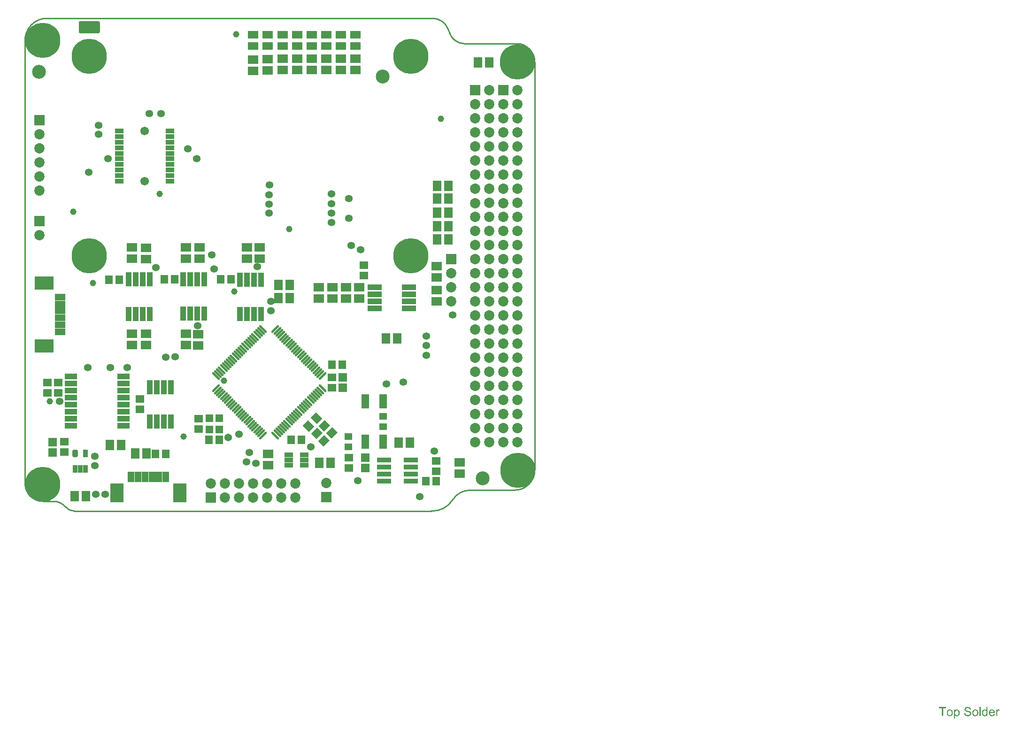
<source format=gts>
G04*
G04 #@! TF.GenerationSoftware,Altium Limited,Altium Designer,18.1.7 (191)*
G04*
G04 Layer_Color=8388736*
%FSLAX25Y25*%
%MOIN*%
G70*
G01*
G75*
%ADD10C,0.01000*%
%ADD16C,0.00787*%
%ADD48R,0.14567X0.07874*%
%ADD49R,0.04156X0.10061*%
%ADD50R,0.06124X0.05534*%
%ADD51R,0.07699X0.04550*%
%ADD52R,0.13211X0.09668*%
%ADD53R,0.04550X0.07699*%
%ADD54R,0.09668X0.13211*%
%ADD55R,0.05337X0.05337*%
%ADD56R,0.06400X0.03400*%
%ADD57R,0.10061X0.03762*%
%ADD58R,0.08979X0.04156*%
G04:AMPARAMS|DCode=59|XSize=15.81mil|YSize=72.9mil|CornerRadius=0mil|HoleSize=0mil|Usage=FLASHONLY|Rotation=135.000|XOffset=0mil|YOffset=0mil|HoleType=Round|Shape=Round|*
%AMOVALD59*
21,1,0.05709,0.01581,0.00000,0.00000,225.0*
1,1,0.01581,0.02018,0.02018*
1,1,0.01581,-0.02018,-0.02018*
%
%ADD59OVALD59*%

G04:AMPARAMS|DCode=60|XSize=15.81mil|YSize=72.9mil|CornerRadius=0mil|HoleSize=0mil|Usage=FLASHONLY|Rotation=225.000|XOffset=0mil|YOffset=0mil|HoleType=Round|Shape=Round|*
%AMOVALD60*
21,1,0.05709,0.01581,0.00000,0.00000,315.0*
1,1,0.01581,-0.02018,0.02018*
1,1,0.01581,0.02018,-0.02018*
%
%ADD60OVALD60*%

%ADD61R,0.05534X0.04550*%
%ADD62R,0.06361X0.03802*%
%ADD63R,0.03762X0.05337*%
G04:AMPARAMS|DCode=64|XSize=37.62mil|YSize=53.37mil|CornerRadius=9.01mil|HoleSize=0mil|Usage=FLASHONLY|Rotation=180.000|XOffset=0mil|YOffset=0mil|HoleType=Round|Shape=RoundedRectangle|*
%AMROUNDEDRECTD64*
21,1,0.03762,0.03535,0,0,180.0*
21,1,0.01961,0.05337,0,0,180.0*
1,1,0.01802,-0.00980,0.01768*
1,1,0.01802,0.00980,0.01768*
1,1,0.01802,0.00980,-0.01768*
1,1,0.01802,-0.00980,-0.01768*
%
%ADD64ROUNDEDRECTD64*%
%ADD65R,0.05731X0.10061*%
%ADD66R,0.06124X0.06124*%
G04:AMPARAMS|DCode=67|XSize=53.37mil|YSize=65.18mil|CornerRadius=0mil|HoleSize=0mil|Usage=FLASHONLY|Rotation=45.000|XOffset=0mil|YOffset=0mil|HoleType=Round|Shape=Rectangle|*
%AMROTATEDRECTD67*
4,1,4,0.00418,-0.04191,-0.04191,0.00418,-0.00418,0.04191,0.04191,-0.00418,0.00418,-0.04191,0.0*
%
%ADD67ROTATEDRECTD67*%

%ADD68R,0.07400X0.05400*%
%ADD69R,0.05534X0.06124*%
G04:AMPARAMS|DCode=70|XSize=55.34mil|YSize=61.24mil|CornerRadius=0mil|HoleSize=0mil|Usage=FLASHONLY|Rotation=135.000|XOffset=0mil|YOffset=0mil|HoleType=Round|Shape=Rectangle|*
%AMROTATEDRECTD70*
4,1,4,0.04122,0.00209,-0.00209,-0.04122,-0.04122,-0.00209,0.00209,0.04122,0.04122,0.00209,0.0*
%
%ADD70ROTATEDRECTD70*%

%ADD71R,0.06124X0.07400*%
%ADD72R,0.07400X0.06124*%
%ADD73R,0.10061X0.04156*%
%ADD74C,0.09843*%
%ADD75C,0.05400*%
%ADD76R,0.07306X0.07306*%
%ADD77C,0.07306*%
%ADD78R,0.07306X0.07306*%
%ADD79C,0.05337*%
%ADD80C,0.25022*%
%ADD81C,0.06085*%
%ADD82C,0.04550*%
G36*
X930873Y183587D02*
X930940D01*
X931104Y183568D01*
X931296Y183539D01*
X931507Y183501D01*
X931719Y183443D01*
X931921Y183366D01*
X931930D01*
X931940Y183356D01*
X931969Y183347D01*
X932007Y183327D01*
X932103Y183270D01*
X932228Y183203D01*
X932363Y183107D01*
X932497Y182991D01*
X932632Y182857D01*
X932747Y182703D01*
X932757Y182684D01*
X932795Y182626D01*
X932843Y182530D01*
X932891Y182415D01*
X932949Y182271D01*
X933006Y182097D01*
X933045Y181915D01*
X933064Y181713D01*
X932267Y181655D01*
Y181665D01*
Y181684D01*
X932257Y181713D01*
X932247Y181752D01*
X932228Y181857D01*
X932190Y181992D01*
X932132Y182136D01*
X932055Y182280D01*
X931949Y182424D01*
X931824Y182549D01*
X931805Y182559D01*
X931757Y182597D01*
X931671Y182645D01*
X931555Y182703D01*
X931402Y182761D01*
X931209Y182809D01*
X930988Y182847D01*
X930729Y182857D01*
X930604D01*
X930546Y182847D01*
X930470D01*
X930306Y182818D01*
X930124Y182789D01*
X929941Y182741D01*
X929768Y182674D01*
X929691Y182626D01*
X929624Y182578D01*
X929614Y182568D01*
X929576Y182530D01*
X929518Y182472D01*
X929460Y182386D01*
X929393Y182290D01*
X929345Y182174D01*
X929307Y182049D01*
X929287Y181905D01*
Y181886D01*
Y181848D01*
X929297Y181780D01*
X929316Y181703D01*
X929345Y181617D01*
X929393Y181521D01*
X929451Y181434D01*
X929528Y181348D01*
X929537Y181338D01*
X929585Y181309D01*
X929614Y181290D01*
X929653Y181261D01*
X929710Y181242D01*
X929778Y181213D01*
X929854Y181175D01*
X929941Y181137D01*
X930037Y181108D01*
X930152Y181069D01*
X930287Y181021D01*
X930431Y180983D01*
X930594Y180944D01*
X930777Y180896D01*
X930787D01*
X930825Y180887D01*
X930873Y180877D01*
X930940Y180858D01*
X931027Y180839D01*
X931123Y180810D01*
X931334Y180762D01*
X931565Y180694D01*
X931796Y180627D01*
X931911Y180598D01*
X932007Y180560D01*
X932103Y180521D01*
X932180Y180493D01*
X932190D01*
X932209Y180483D01*
X932228Y180464D01*
X932267Y180445D01*
X932363Y180387D01*
X932488Y180320D01*
X932622Y180224D01*
X932757Y180108D01*
X932882Y179983D01*
X932987Y179849D01*
X932997Y179830D01*
X933026Y179781D01*
X933074Y179705D01*
X933122Y179589D01*
X933170Y179464D01*
X933218Y179311D01*
X933247Y179138D01*
X933256Y178955D01*
Y178945D01*
Y178936D01*
Y178907D01*
Y178868D01*
X933237Y178772D01*
X933218Y178647D01*
X933189Y178503D01*
X933131Y178340D01*
X933064Y178167D01*
X932968Y178004D01*
X932959Y177984D01*
X932910Y177927D01*
X932853Y177850D01*
X932757Y177754D01*
X932641Y177638D01*
X932497Y177523D01*
X932324Y177417D01*
X932132Y177312D01*
X932122D01*
X932103Y177302D01*
X932074Y177293D01*
X932036Y177273D01*
X931988Y177254D01*
X931930Y177235D01*
X931776Y177196D01*
X931603Y177148D01*
X931392Y177110D01*
X931171Y177081D01*
X930921Y177071D01*
X930777D01*
X930710Y177081D01*
X930623D01*
X930527Y177091D01*
X930421Y177100D01*
X930200Y177129D01*
X929960Y177177D01*
X929720Y177235D01*
X929489Y177312D01*
X929480D01*
X929460Y177321D01*
X929432Y177340D01*
X929393Y177360D01*
X929287Y177417D01*
X929163Y177504D01*
X929009Y177610D01*
X928865Y177734D01*
X928711Y177888D01*
X928576Y178061D01*
Y178071D01*
X928567Y178080D01*
X928547Y178109D01*
X928528Y178148D01*
X928499Y178196D01*
X928471Y178253D01*
X928413Y178398D01*
X928355Y178561D01*
X928298Y178763D01*
X928259Y178974D01*
X928240Y179205D01*
X929028Y179272D01*
Y179262D01*
Y179253D01*
X929038Y179195D01*
X929057Y179109D01*
X929076Y178993D01*
X929115Y178868D01*
X929153Y178734D01*
X929210Y178609D01*
X929278Y178484D01*
X929287Y178474D01*
X929316Y178436D01*
X929364Y178378D01*
X929441Y178311D01*
X929528Y178234D01*
X929633Y178148D01*
X929768Y178071D01*
X929912Y177994D01*
X929922D01*
X929931Y177984D01*
X929989Y177965D01*
X930075Y177936D01*
X930200Y177908D01*
X930335Y177869D01*
X930508Y177840D01*
X930690Y177821D01*
X930883Y177811D01*
X930960D01*
X931056Y177821D01*
X931161Y177831D01*
X931296Y177840D01*
X931431Y177869D01*
X931575Y177898D01*
X931719Y177946D01*
X931738Y177956D01*
X931776Y177975D01*
X931844Y178004D01*
X931921Y178052D01*
X932017Y178109D01*
X932103Y178177D01*
X932190Y178253D01*
X932267Y178340D01*
X932276Y178350D01*
X932295Y178388D01*
X932324Y178436D01*
X932363Y178503D01*
X932391Y178580D01*
X932420Y178676D01*
X932440Y178772D01*
X932449Y178878D01*
Y178888D01*
Y178926D01*
X932440Y178984D01*
X932430Y179051D01*
X932411Y179138D01*
X932372Y179224D01*
X932334Y179311D01*
X932276Y179397D01*
X932267Y179407D01*
X932247Y179436D01*
X932199Y179474D01*
X932142Y179532D01*
X932065Y179589D01*
X931969Y179647D01*
X931844Y179714D01*
X931709Y179772D01*
X931699Y179781D01*
X931661Y179791D01*
X931584Y179810D01*
X931536Y179830D01*
X931479Y179849D01*
X931402Y179868D01*
X931325Y179887D01*
X931229Y179916D01*
X931133Y179945D01*
X931017Y179974D01*
X930883Y180002D01*
X930739Y180041D01*
X930585Y180079D01*
X930575D01*
X930546Y180089D01*
X930498Y180099D01*
X930441Y180118D01*
X930373Y180137D01*
X930297Y180156D01*
X930114Y180204D01*
X929912Y180272D01*
X929710Y180339D01*
X929528Y180406D01*
X929441Y180435D01*
X929374Y180473D01*
X929364D01*
X929355Y180483D01*
X929297Y180521D01*
X929220Y180570D01*
X929124Y180637D01*
X929009Y180723D01*
X928903Y180819D01*
X928797Y180935D01*
X928701Y181060D01*
X928692Y181079D01*
X928663Y181127D01*
X928634Y181194D01*
X928596Y181290D01*
X928547Y181405D01*
X928519Y181540D01*
X928490Y181694D01*
X928480Y181848D01*
Y181857D01*
Y181867D01*
Y181896D01*
Y181934D01*
X928499Y182021D01*
X928519Y182136D01*
X928547Y182280D01*
X928596Y182424D01*
X928663Y182588D01*
X928749Y182741D01*
Y182751D01*
X928759Y182761D01*
X928797Y182809D01*
X928865Y182886D01*
X928951Y182982D01*
X929057Y183078D01*
X929191Y183183D01*
X929355Y183289D01*
X929537Y183376D01*
X929547D01*
X929556Y183385D01*
X929585Y183395D01*
X929633Y183414D01*
X929681Y183424D01*
X929739Y183443D01*
X929874Y183491D01*
X930047Y183529D01*
X930239Y183558D01*
X930460Y183587D01*
X930690Y183597D01*
X930806D01*
X930873Y183587D01*
D02*
G37*
G36*
X944836Y177177D02*
X944116D01*
Y177744D01*
X944106Y177734D01*
X944096Y177715D01*
X944068Y177687D01*
X944029Y177638D01*
X943991Y177590D01*
X943933Y177533D01*
X943866Y177475D01*
X943789Y177408D01*
X943702Y177350D01*
X943606Y177283D01*
X943501Y177225D01*
X943395Y177177D01*
X943270Y177129D01*
X943135Y177100D01*
X942991Y177081D01*
X942838Y177071D01*
X942780D01*
X942741Y177081D01*
X942636Y177091D01*
X942511Y177110D01*
X942347Y177148D01*
X942184Y177196D01*
X942002Y177273D01*
X941829Y177369D01*
X941819D01*
X941809Y177379D01*
X941752Y177427D01*
X941675Y177494D01*
X941569Y177590D01*
X941463Y177706D01*
X941338Y177850D01*
X941233Y178013D01*
X941127Y178205D01*
Y178215D01*
X941117Y178234D01*
X941108Y178263D01*
X941088Y178302D01*
X941069Y178350D01*
X941050Y178417D01*
X941002Y178571D01*
X940954Y178753D01*
X940915Y178965D01*
X940887Y179195D01*
X940877Y179455D01*
Y179464D01*
Y179483D01*
Y179522D01*
Y179570D01*
X940887Y179628D01*
Y179705D01*
X940906Y179868D01*
X940935Y180060D01*
X940973Y180262D01*
X941021Y180483D01*
X941098Y180694D01*
Y180704D01*
X941108Y180723D01*
X941127Y180752D01*
X941146Y180790D01*
X941194Y180887D01*
X941271Y181011D01*
X941367Y181156D01*
X941483Y181300D01*
X941617Y181434D01*
X941780Y181559D01*
X941790D01*
X941800Y181569D01*
X941857Y181607D01*
X941953Y181655D01*
X942078Y181713D01*
X942232Y181761D01*
X942405Y181809D01*
X942597Y181848D01*
X942799Y181857D01*
X942866D01*
X942943Y181848D01*
X943049Y181838D01*
X943155Y181809D01*
X943280Y181780D01*
X943404Y181732D01*
X943529Y181675D01*
X943549Y181665D01*
X943587Y181646D01*
X943645Y181607D01*
X943722Y181550D01*
X943799Y181492D01*
X943895Y181415D01*
X943981Y181319D01*
X944058Y181223D01*
Y183491D01*
X944836D01*
Y177177D01*
D02*
G37*
G36*
X923300Y181838D02*
X923435Y181819D01*
X923598Y181780D01*
X923771Y181732D01*
X923944Y181655D01*
X924117Y181550D01*
X924127D01*
X924137Y181540D01*
X924194Y181492D01*
X924271Y181425D01*
X924377Y181329D01*
X924482Y181213D01*
X924598Y181060D01*
X924704Y180896D01*
X924800Y180694D01*
Y180685D01*
X924809Y180666D01*
X924819Y180637D01*
X924838Y180598D01*
X924857Y180550D01*
X924876Y180483D01*
X924915Y180339D01*
X924953Y180156D01*
X924992Y179954D01*
X925021Y179733D01*
X925030Y179493D01*
Y179483D01*
Y179464D01*
Y179426D01*
Y179378D01*
X925021Y179311D01*
Y179243D01*
X925001Y179070D01*
X924963Y178878D01*
X924924Y178667D01*
X924857Y178446D01*
X924771Y178225D01*
Y178215D01*
X924761Y178196D01*
X924742Y178167D01*
X924723Y178129D01*
X924665Y178032D01*
X924588Y177908D01*
X924482Y177773D01*
X924358Y177629D01*
X924213Y177494D01*
X924040Y177369D01*
X924031D01*
X924021Y177360D01*
X923992Y177340D01*
X923954Y177321D01*
X923858Y177273D01*
X923733Y177225D01*
X923579Y177167D01*
X923416Y177120D01*
X923223Y177081D01*
X923031Y177071D01*
X922964D01*
X922897Y177081D01*
X922801Y177091D01*
X922695Y177110D01*
X922580Y177139D01*
X922455Y177177D01*
X922339Y177225D01*
X922330Y177235D01*
X922291Y177254D01*
X922234Y177293D01*
X922166Y177340D01*
X922080Y177398D01*
X922003Y177465D01*
X921917Y177552D01*
X921840Y177638D01*
Y175428D01*
X921061D01*
Y181752D01*
X921772D01*
Y181156D01*
X921782Y181175D01*
X921811Y181213D01*
X921869Y181271D01*
X921936Y181348D01*
X922013Y181434D01*
X922109Y181521D01*
X922215Y181607D01*
X922330Y181675D01*
X922349Y181684D01*
X922387Y181703D01*
X922455Y181732D01*
X922541Y181771D01*
X922657Y181800D01*
X922781Y181828D01*
X922926Y181848D01*
X923089Y181857D01*
X923185D01*
X923300Y181838D01*
D02*
G37*
G36*
X952784Y181848D02*
X952890Y181828D01*
X953005Y181790D01*
X953139Y181752D01*
X953284Y181684D01*
X953437Y181598D01*
X953159Y180887D01*
X953149Y180896D01*
X953111Y180915D01*
X953053Y180944D01*
X952986Y180973D01*
X952899Y181002D01*
X952803Y181031D01*
X952697Y181050D01*
X952592Y181060D01*
X952553D01*
X952505Y181050D01*
X952438Y181040D01*
X952371Y181021D01*
X952294Y180992D01*
X952217Y180954D01*
X952140Y180906D01*
X952130Y180896D01*
X952111Y180877D01*
X952073Y180839D01*
X952034Y180790D01*
X951986Y180733D01*
X951938Y180656D01*
X951900Y180570D01*
X951861Y180473D01*
X951852Y180454D01*
X951842Y180406D01*
X951823Y180320D01*
X951804Y180204D01*
X951775Y180070D01*
X951756Y179916D01*
X951746Y179753D01*
X951736Y179570D01*
Y177177D01*
X950958D01*
Y181752D01*
X951659D01*
Y181069D01*
X951669Y181079D01*
X951708Y181137D01*
X951756Y181223D01*
X951813Y181319D01*
X951890Y181425D01*
X951977Y181530D01*
X952054Y181627D01*
X952140Y181694D01*
X952150Y181703D01*
X952178Y181723D01*
X952227Y181742D01*
X952294Y181780D01*
X952361Y181809D01*
X952448Y181828D01*
X952544Y181848D01*
X952640Y181857D01*
X952707D01*
X952784Y181848D01*
D02*
G37*
G36*
X939964Y177177D02*
X939186D01*
Y183491D01*
X939964D01*
Y177177D01*
D02*
G37*
G36*
X915401Y182751D02*
X913325D01*
Y177177D01*
X912489D01*
Y182751D01*
X910413D01*
Y183491D01*
X915401D01*
Y182751D01*
D02*
G37*
G36*
X948085Y181848D02*
X948162Y181838D01*
X948258Y181828D01*
X948354Y181809D01*
X948469Y181780D01*
X948700Y181703D01*
X948825Y181655D01*
X948950Y181588D01*
X949074Y181521D01*
X949199Y181434D01*
X949315Y181338D01*
X949430Y181223D01*
X949440Y181213D01*
X949459Y181194D01*
X949488Y181156D01*
X949526Y181108D01*
X949564Y181040D01*
X949613Y180964D01*
X949670Y180877D01*
X949728Y180771D01*
X949776Y180646D01*
X949834Y180521D01*
X949882Y180377D01*
X949930Y180214D01*
X949959Y180051D01*
X949987Y179868D01*
X950007Y179676D01*
X950016Y179464D01*
Y179455D01*
Y179416D01*
Y179349D01*
X950007Y179262D01*
X946605D01*
Y179253D01*
Y179234D01*
X946614Y179186D01*
Y179138D01*
X946624Y179070D01*
X946634Y179003D01*
X946672Y178830D01*
X946730Y178647D01*
X946797Y178455D01*
X946903Y178263D01*
X947027Y178100D01*
X947047Y178080D01*
X947095Y178042D01*
X947181Y177975D01*
X947287Y177908D01*
X947431Y177831D01*
X947595Y177763D01*
X947777Y177725D01*
X947979Y177706D01*
X948056D01*
X948133Y177715D01*
X948229Y177734D01*
X948344Y177763D01*
X948469Y177802D01*
X948594Y177850D01*
X948709Y177927D01*
X948719Y177936D01*
X948757Y177975D01*
X948815Y178023D01*
X948882Y178109D01*
X948959Y178205D01*
X949036Y178330D01*
X949113Y178484D01*
X949190Y178657D01*
X949987Y178551D01*
Y178542D01*
X949978Y178523D01*
X949968Y178484D01*
X949949Y178436D01*
X949930Y178378D01*
X949901Y178311D01*
X949824Y178148D01*
X949728Y177975D01*
X949613Y177792D01*
X949459Y177610D01*
X949286Y177456D01*
X949276D01*
X949267Y177437D01*
X949238Y177417D01*
X949190Y177398D01*
X949142Y177369D01*
X949084Y177331D01*
X949017Y177302D01*
X948930Y177264D01*
X948748Y177196D01*
X948517Y177129D01*
X948267Y177091D01*
X947979Y177071D01*
X947883D01*
X947816Y177081D01*
X947729Y177091D01*
X947633Y177100D01*
X947527Y177120D01*
X947402Y177148D01*
X947152Y177225D01*
X947018Y177273D01*
X946893Y177331D01*
X946758Y177398D01*
X946634Y177485D01*
X946509Y177581D01*
X946393Y177687D01*
X946384Y177696D01*
X946364Y177715D01*
X946336Y177754D01*
X946307Y177802D01*
X946259Y177859D01*
X946211Y177936D01*
X946153Y178032D01*
X946105Y178138D01*
X946047Y178253D01*
X945990Y178378D01*
X945942Y178523D01*
X945903Y178676D01*
X945865Y178840D01*
X945836Y179022D01*
X945817Y179215D01*
X945807Y179416D01*
Y179426D01*
Y179464D01*
Y179532D01*
X945817Y179609D01*
X945826Y179705D01*
X945836Y179820D01*
X945855Y179945D01*
X945884Y180079D01*
X945951Y180368D01*
X945999Y180512D01*
X946057Y180666D01*
X946124Y180810D01*
X946201Y180954D01*
X946288Y181088D01*
X946393Y181213D01*
X946403Y181223D01*
X946422Y181242D01*
X946451Y181271D01*
X946499Y181319D01*
X946557Y181367D01*
X946634Y181415D01*
X946710Y181473D01*
X946807Y181540D01*
X946912Y181598D01*
X947027Y181655D01*
X947152Y181703D01*
X947297Y181761D01*
X947441Y181800D01*
X947595Y181828D01*
X947758Y181848D01*
X947931Y181857D01*
X948017D01*
X948085Y181848D01*
D02*
G37*
G36*
X936303D02*
X936389Y181838D01*
X936476Y181828D01*
X936581Y181809D01*
X936697Y181780D01*
X936937Y181703D01*
X937062Y181655D01*
X937197Y181598D01*
X937321Y181521D01*
X937446Y181434D01*
X937571Y181338D01*
X937687Y181233D01*
X937696Y181223D01*
X937715Y181204D01*
X937744Y181165D01*
X937783Y181117D01*
X937831Y181060D01*
X937879Y180983D01*
X937936Y180887D01*
X937994Y180790D01*
X938042Y180675D01*
X938100Y180541D01*
X938148Y180406D01*
X938196Y180252D01*
X938234Y180089D01*
X938263Y179906D01*
X938282Y179724D01*
X938292Y179522D01*
Y179512D01*
Y179483D01*
Y179436D01*
Y179378D01*
X938282Y179301D01*
Y179215D01*
X938273Y179118D01*
X938263Y179013D01*
X938225Y178792D01*
X938177Y178561D01*
X938109Y178330D01*
X938023Y178129D01*
Y178119D01*
X938013Y178109D01*
X937975Y178042D01*
X937908Y177956D01*
X937821Y177840D01*
X937715Y177715D01*
X937581Y177590D01*
X937427Y177465D01*
X937245Y177350D01*
X937235D01*
X937225Y177340D01*
X937197Y177321D01*
X937158Y177312D01*
X937052Y177264D01*
X936918Y177216D01*
X936754Y177158D01*
X936572Y177120D01*
X936370Y177081D01*
X936149Y177071D01*
X936053D01*
X935986Y177081D01*
X935909Y177091D01*
X935813Y177100D01*
X935707Y177120D01*
X935592Y177148D01*
X935351Y177225D01*
X935217Y177273D01*
X935092Y177331D01*
X934957Y177398D01*
X934832Y177485D01*
X934708Y177581D01*
X934592Y177687D01*
X934583Y177696D01*
X934563Y177715D01*
X934534Y177754D01*
X934506Y177802D01*
X934458Y177869D01*
X934410Y177946D01*
X934352Y178032D01*
X934304Y178138D01*
X934246Y178263D01*
X934188Y178388D01*
X934140Y178542D01*
X934102Y178695D01*
X934064Y178868D01*
X934035Y179051D01*
X934016Y179253D01*
X934006Y179464D01*
Y179483D01*
Y179522D01*
X934016Y179589D01*
Y179676D01*
X934025Y179781D01*
X934044Y179897D01*
X934064Y180031D01*
X934092Y180175D01*
X934131Y180329D01*
X934179Y180483D01*
X934237Y180637D01*
X934304Y180790D01*
X934381Y180944D01*
X934477Y181088D01*
X934583Y181223D01*
X934708Y181348D01*
X934717Y181358D01*
X934736Y181367D01*
X934765Y181396D01*
X934813Y181425D01*
X934871Y181463D01*
X934938Y181511D01*
X935015Y181559D01*
X935111Y181607D01*
X935207Y181646D01*
X935313Y181694D01*
X935563Y181780D01*
X935841Y181838D01*
X935995Y181848D01*
X936149Y181857D01*
X936236D01*
X936303Y181848D01*
D02*
G37*
G36*
X918169D02*
X918255Y181838D01*
X918342Y181828D01*
X918447Y181809D01*
X918563Y181780D01*
X918803Y181703D01*
X918928Y181655D01*
X919062Y181598D01*
X919187Y181521D01*
X919312Y181434D01*
X919437Y181338D01*
X919553Y181233D01*
X919562Y181223D01*
X919581Y181204D01*
X919610Y181165D01*
X919649Y181117D01*
X919697Y181060D01*
X919745Y180983D01*
X919802Y180887D01*
X919860Y180790D01*
X919908Y180675D01*
X919966Y180541D01*
X920014Y180406D01*
X920062Y180252D01*
X920100Y180089D01*
X920129Y179906D01*
X920148Y179724D01*
X920158Y179522D01*
Y179512D01*
Y179483D01*
Y179436D01*
Y179378D01*
X920148Y179301D01*
Y179215D01*
X920139Y179118D01*
X920129Y179013D01*
X920091Y178792D01*
X920043Y178561D01*
X919975Y178330D01*
X919889Y178129D01*
Y178119D01*
X919879Y178109D01*
X919841Y178042D01*
X919773Y177956D01*
X919687Y177840D01*
X919581Y177715D01*
X919447Y177590D01*
X919293Y177465D01*
X919110Y177350D01*
X919101D01*
X919091Y177340D01*
X919062Y177321D01*
X919024Y177312D01*
X918918Y177264D01*
X918784Y177216D01*
X918620Y177158D01*
X918438Y177120D01*
X918236Y177081D01*
X918015Y177071D01*
X917919D01*
X917852Y177081D01*
X917775Y177091D01*
X917679Y177100D01*
X917573Y177120D01*
X917457Y177148D01*
X917217Y177225D01*
X917083Y177273D01*
X916958Y177331D01*
X916823Y177398D01*
X916698Y177485D01*
X916573Y177581D01*
X916458Y177687D01*
X916448Y177696D01*
X916429Y177715D01*
X916400Y177754D01*
X916372Y177802D01*
X916323Y177869D01*
X916276Y177946D01*
X916218Y178032D01*
X916170Y178138D01*
X916112Y178263D01*
X916055Y178388D01*
X916006Y178542D01*
X915968Y178695D01*
X915930Y178868D01*
X915901Y179051D01*
X915882Y179253D01*
X915872Y179464D01*
Y179483D01*
Y179522D01*
X915882Y179589D01*
Y179676D01*
X915891Y179781D01*
X915910Y179897D01*
X915930Y180031D01*
X915958Y180175D01*
X915997Y180329D01*
X916045Y180483D01*
X916103Y180637D01*
X916170Y180790D01*
X916247Y180944D01*
X916343Y181088D01*
X916448Y181223D01*
X916573Y181348D01*
X916583Y181358D01*
X916602Y181367D01*
X916631Y181396D01*
X916679Y181425D01*
X916737Y181463D01*
X916804Y181511D01*
X916881Y181559D01*
X916977Y181607D01*
X917073Y181646D01*
X917179Y181694D01*
X917429Y181780D01*
X917707Y181838D01*
X917861Y181848D01*
X918015Y181857D01*
X918101D01*
X918169Y181848D01*
D02*
G37*
%LPC*%
G36*
X942972Y181213D02*
X942828D01*
X942789Y181204D01*
X942693Y181194D01*
X942578Y181165D01*
X942443Y181108D01*
X942299Y181031D01*
X942155Y180935D01*
X942088Y180867D01*
X942021Y180790D01*
X942002Y180771D01*
X941992Y180743D01*
X941963Y180714D01*
X941944Y180666D01*
X941915Y180608D01*
X941877Y180541D01*
X941848Y180464D01*
X941819Y180377D01*
X941780Y180281D01*
X941752Y180166D01*
X941732Y180051D01*
X941704Y179916D01*
X941694Y179772D01*
X941675Y179618D01*
Y179455D01*
Y179445D01*
Y179416D01*
Y179368D01*
X941684Y179311D01*
Y179234D01*
X941694Y179157D01*
X941723Y178955D01*
X941761Y178744D01*
X941829Y178523D01*
X941915Y178321D01*
X941973Y178225D01*
X942040Y178138D01*
X942059Y178119D01*
X942107Y178071D01*
X942184Y178004D01*
X942290Y177927D01*
X942415Y177840D01*
X942559Y177773D01*
X942732Y177725D01*
X942818Y177715D01*
X942914Y177706D01*
X942962D01*
X943001Y177715D01*
X943097Y177725D01*
X943212Y177754D01*
X943347Y177811D01*
X943491Y177879D01*
X943645Y177984D01*
X943712Y178042D01*
X943779Y178119D01*
Y178129D01*
X943799Y178138D01*
X943808Y178167D01*
X943837Y178196D01*
X943866Y178244D01*
X943895Y178292D01*
X943923Y178359D01*
X943962Y178436D01*
X943991Y178513D01*
X944020Y178609D01*
X944048Y178715D01*
X944077Y178830D01*
X944106Y178955D01*
X944116Y179089D01*
X944135Y179234D01*
Y179387D01*
Y179397D01*
Y179426D01*
Y179474D01*
X944125Y179541D01*
Y179618D01*
X944116Y179705D01*
X944087Y179916D01*
X944048Y180137D01*
X943981Y180368D01*
X943895Y180589D01*
X943837Y180685D01*
X943770Y180771D01*
Y180781D01*
X943750Y180790D01*
X943702Y180839D01*
X943626Y180915D01*
X943520Y180992D01*
X943395Y181069D01*
X943241Y181146D01*
X943068Y181194D01*
X942972Y181213D01*
D02*
G37*
G36*
X923108Y181252D02*
X922974D01*
X922935Y181242D01*
X922849Y181223D01*
X922724Y181194D01*
X922589Y181137D01*
X922445Y181050D01*
X922368Y181002D01*
X922291Y180935D01*
X922215Y180867D01*
X922147Y180781D01*
Y180771D01*
X922128Y180762D01*
X922109Y180733D01*
X922089Y180694D01*
X922061Y180646D01*
X922032Y180589D01*
X921993Y180521D01*
X921965Y180445D01*
X921926Y180349D01*
X921888Y180252D01*
X921859Y180137D01*
X921830Y180022D01*
X921811Y179887D01*
X921792Y179743D01*
X921772Y179599D01*
Y179436D01*
Y179426D01*
Y179397D01*
Y179349D01*
X921782Y179291D01*
Y179215D01*
X921792Y179138D01*
X921821Y178945D01*
X921859Y178724D01*
X921917Y178513D01*
X922003Y178311D01*
X922061Y178215D01*
X922118Y178129D01*
X922138Y178109D01*
X922186Y178061D01*
X922262Y177994D01*
X922359Y177917D01*
X922484Y177840D01*
X922637Y177773D01*
X922801Y177725D01*
X922887Y177715D01*
X922983Y177706D01*
X923031D01*
X923070Y177715D01*
X923166Y177725D01*
X923281Y177763D01*
X923425Y177811D01*
X923569Y177888D01*
X923714Y177994D01*
X923790Y178061D01*
X923858Y178138D01*
Y178148D01*
X923877Y178157D01*
X923896Y178186D01*
X923915Y178225D01*
X923944Y178273D01*
X923973Y178330D01*
X924012Y178398D01*
X924050Y178474D01*
X924079Y178561D01*
X924117Y178667D01*
X924146Y178772D01*
X924175Y178897D01*
X924194Y179032D01*
X924213Y179176D01*
X924233Y179330D01*
Y179493D01*
Y179503D01*
Y179532D01*
Y179580D01*
X924223Y179637D01*
Y179714D01*
X924213Y179801D01*
X924185Y179993D01*
X924146Y180204D01*
X924079Y180425D01*
X923992Y180627D01*
X923935Y180723D01*
X923867Y180810D01*
Y180819D01*
X923848Y180829D01*
X923800Y180877D01*
X923733Y180954D01*
X923627Y181031D01*
X923502Y181108D01*
X923358Y181184D01*
X923195Y181233D01*
X923108Y181252D01*
D02*
G37*
G36*
X947940Y181223D02*
X947892D01*
X947854Y181213D01*
X947748Y181204D01*
X947623Y181175D01*
X947479Y181137D01*
X947335Y181069D01*
X947181Y180983D01*
X947037Y180858D01*
X947018Y180839D01*
X946979Y180790D01*
X946922Y180714D01*
X946854Y180598D01*
X946787Y180464D01*
X946720Y180300D01*
X946672Y180108D01*
X946643Y179897D01*
X949199D01*
Y179906D01*
Y179926D01*
X949190Y179954D01*
Y179993D01*
X949170Y180099D01*
X949142Y180224D01*
X949103Y180358D01*
X949046Y180502D01*
X948988Y180646D01*
X948901Y180762D01*
Y180771D01*
X948882Y180781D01*
X948834Y180839D01*
X948748Y180906D01*
X948642Y180992D01*
X948498Y181079D01*
X948334Y181156D01*
X948152Y181204D01*
X948046Y181213D01*
X947940Y181223D01*
D02*
G37*
G36*
X936255Y181213D02*
X936091D01*
X936053Y181204D01*
X935947Y181194D01*
X935813Y181156D01*
X935659Y181108D01*
X935495Y181031D01*
X935332Y180915D01*
X935255Y180848D01*
X935178Y180771D01*
X935159Y180752D01*
X935140Y180723D01*
X935121Y180694D01*
X935092Y180646D01*
X935063Y180589D01*
X935025Y180521D01*
X934996Y180445D01*
X934957Y180358D01*
X934919Y180262D01*
X934890Y180156D01*
X934861Y180031D01*
X934842Y179906D01*
X934823Y179762D01*
X934804Y179618D01*
Y179455D01*
Y179445D01*
Y179416D01*
Y179368D01*
X934813Y179311D01*
Y179243D01*
X934823Y179157D01*
X934852Y178965D01*
X934900Y178753D01*
X934957Y178532D01*
X935053Y178321D01*
X935111Y178225D01*
X935178Y178138D01*
X935198Y178119D01*
X935246Y178071D01*
X935332Y178004D01*
X935447Y177927D01*
X935582Y177840D01*
X935755Y177773D01*
X935938Y177725D01*
X936043Y177715D01*
X936149Y177706D01*
X936207D01*
X936245Y177715D01*
X936351Y177725D01*
X936485Y177763D01*
X936639Y177811D01*
X936802Y177888D01*
X936956Y177994D01*
X937033Y178061D01*
X937110Y178138D01*
Y178148D01*
X937129Y178157D01*
X937148Y178186D01*
X937168Y178225D01*
X937197Y178273D01*
X937235Y178330D01*
X937264Y178398D01*
X937302Y178474D01*
X937341Y178561D01*
X937369Y178657D01*
X937408Y178772D01*
X937437Y178897D01*
X937456Y179022D01*
X937475Y179166D01*
X937494Y179320D01*
Y179483D01*
Y179493D01*
Y179522D01*
Y179560D01*
X937485Y179628D01*
Y179695D01*
X937475Y179772D01*
X937446Y179964D01*
X937398Y180166D01*
X937331Y180387D01*
X937235Y180589D01*
X937100Y180771D01*
Y180781D01*
X937081Y180790D01*
X937033Y180839D01*
X936947Y180915D01*
X936841Y180992D01*
X936697Y181069D01*
X936533Y181146D01*
X936351Y181194D01*
X936255Y181213D01*
D02*
G37*
G36*
X918121D02*
X917957D01*
X917919Y181204D01*
X917813Y181194D01*
X917679Y181156D01*
X917525Y181108D01*
X917361Y181031D01*
X917198Y180915D01*
X917121Y180848D01*
X917044Y180771D01*
X917025Y180752D01*
X917006Y180723D01*
X916987Y180694D01*
X916958Y180646D01*
X916929Y180589D01*
X916891Y180521D01*
X916862Y180445D01*
X916823Y180358D01*
X916785Y180262D01*
X916756Y180156D01*
X916727Y180031D01*
X916708Y179906D01*
X916689Y179762D01*
X916669Y179618D01*
Y179455D01*
Y179445D01*
Y179416D01*
Y179368D01*
X916679Y179311D01*
Y179243D01*
X916689Y179157D01*
X916718Y178965D01*
X916766Y178753D01*
X916823Y178532D01*
X916919Y178321D01*
X916977Y178225D01*
X917044Y178138D01*
X917064Y178119D01*
X917112Y178071D01*
X917198Y178004D01*
X917313Y177927D01*
X917448Y177840D01*
X917621Y177773D01*
X917803Y177725D01*
X917909Y177715D01*
X918015Y177706D01*
X918073D01*
X918111Y177715D01*
X918217Y177725D01*
X918351Y177763D01*
X918505Y177811D01*
X918668Y177888D01*
X918822Y177994D01*
X918899Y178061D01*
X918976Y178138D01*
Y178148D01*
X918995Y178157D01*
X919014Y178186D01*
X919034Y178225D01*
X919062Y178273D01*
X919101Y178330D01*
X919130Y178398D01*
X919168Y178474D01*
X919207Y178561D01*
X919235Y178657D01*
X919274Y178772D01*
X919303Y178897D01*
X919322Y179022D01*
X919341Y179166D01*
X919360Y179320D01*
Y179483D01*
Y179493D01*
Y179522D01*
Y179560D01*
X919351Y179628D01*
Y179695D01*
X919341Y179772D01*
X919312Y179964D01*
X919264Y180166D01*
X919197Y180387D01*
X919101Y180589D01*
X918966Y180771D01*
Y180781D01*
X918947Y180790D01*
X918899Y180839D01*
X918812Y180915D01*
X918707Y180992D01*
X918563Y181069D01*
X918399Y181146D01*
X918217Y181194D01*
X918121Y181213D01*
D02*
G37*
%LPD*%
D10*
X276626Y672654D02*
G03*
X261531Y656264I435J-15546D01*
G01*
X561803Y665073D02*
G03*
X550626Y672654I-11018J-4215D01*
G01*
X563022Y661886D02*
G03*
X573076Y654642I10532J4019D01*
G01*
X623365Y641708D02*
G03*
X610925Y654642I-12687J247D01*
G01*
X609075Y337545D02*
G03*
X623365Y351914I30J14260D01*
G01*
X577417Y337545D02*
G03*
X565059Y330674I31J-14604D01*
G01*
X550000Y322736D02*
G03*
X565059Y330674I661J17000D01*
G01*
X290174Y325762D02*
G03*
X296457Y322736I6097J4625D01*
G01*
X290271Y325688D02*
G03*
X281693Y329653I-8805J-7785D01*
G01*
X261532Y341993D02*
G03*
X274182Y329653I12282J-63D01*
G01*
X561803Y665073D02*
X563022Y661886D01*
X276626Y672654D02*
X550785D01*
X573076Y654642D02*
X577020D01*
X610925D01*
X623365Y351914D02*
Y641708D01*
X577417Y337545D02*
X609105D01*
X296457Y322736D02*
X550000D01*
X274182Y329653D02*
X281693D01*
X261531Y656264D02*
X261532Y341993D01*
D16*
X300689Y670327D02*
G03*
X299902Y669539I-0J-787D01*
G01*
X314469D02*
G03*
X313681Y670327I-787J-0D01*
G01*
Y662453D02*
G03*
X314469Y663240I0J787D01*
G01*
X299902D02*
G03*
X300689Y662453I787J0D01*
G01*
X314469Y663240D02*
Y669539D01*
X300689Y670327D02*
X313681D01*
X300689Y662453D02*
X313681D01*
X299902Y663240D02*
Y669539D01*
D48*
X307185Y666390D02*
D03*
D49*
X365178Y410620D02*
D03*
X360178D02*
D03*
X355178D02*
D03*
X350178D02*
D03*
X365178Y386191D02*
D03*
X360178D02*
D03*
X355178D02*
D03*
X350178D02*
D03*
X334947Y462815D02*
D03*
X339947D02*
D03*
X344947D02*
D03*
X349947D02*
D03*
X334947Y487244D02*
D03*
X339947D02*
D03*
X344947D02*
D03*
X349947D02*
D03*
X429082Y487146D02*
D03*
X424082D02*
D03*
X419082D02*
D03*
X414082D02*
D03*
X429082Y462716D02*
D03*
X424082D02*
D03*
X419082D02*
D03*
X414082D02*
D03*
X388649Y487264D02*
D03*
X383649D02*
D03*
X378649D02*
D03*
X373649D02*
D03*
X388649Y462835D02*
D03*
X383649D02*
D03*
X378649D02*
D03*
X373649D02*
D03*
D50*
X343012Y402168D02*
D03*
Y394884D02*
D03*
X384842Y388386D02*
D03*
Y381102D02*
D03*
X491437Y353445D02*
D03*
Y360728D02*
D03*
X553248Y358343D02*
D03*
Y351059D02*
D03*
X479528Y410260D02*
D03*
Y417543D02*
D03*
X289370Y364764D02*
D03*
Y372047D02*
D03*
X285039Y413866D02*
D03*
Y406582D02*
D03*
X277425Y413866D02*
D03*
Y406582D02*
D03*
X501968Y490059D02*
D03*
Y497342D02*
D03*
D51*
X286481Y455020D02*
D03*
Y474705D02*
D03*
Y469783D02*
D03*
Y464862D02*
D03*
Y459941D02*
D03*
Y450098D02*
D03*
D52*
X275064Y484744D02*
D03*
Y440059D02*
D03*
D53*
X356496Y346949D02*
D03*
X336811D02*
D03*
X341732D02*
D03*
X346654D02*
D03*
X351575D02*
D03*
X361417D02*
D03*
D54*
X326772Y335531D02*
D03*
X371457D02*
D03*
D55*
X392520Y380610D02*
D03*
X399213Y388484D02*
D03*
X392323Y388484D02*
D03*
X399213Y380610D02*
D03*
D56*
X448562Y362815D02*
D03*
Y355335D02*
D03*
X459585Y359075D02*
D03*
Y355335D02*
D03*
Y362815D02*
D03*
X448562Y359075D02*
D03*
D57*
X535433Y344075D02*
D03*
Y349075D02*
D03*
Y354075D02*
D03*
Y359075D02*
D03*
X516535Y344075D02*
D03*
Y349075D02*
D03*
Y354075D02*
D03*
Y359075D02*
D03*
D58*
X294146Y418280D02*
D03*
Y413280D02*
D03*
Y408280D02*
D03*
Y403280D02*
D03*
Y398280D02*
D03*
Y393280D02*
D03*
Y388280D02*
D03*
Y383280D02*
D03*
X331248D02*
D03*
Y388280D02*
D03*
Y393280D02*
D03*
Y398280D02*
D03*
Y403280D02*
D03*
Y408280D02*
D03*
Y413280D02*
D03*
Y418280D02*
D03*
D59*
X430387Y376443D02*
D03*
X428995Y377835D02*
D03*
X427603Y379226D02*
D03*
X426211Y380618D02*
D03*
X424819Y382010D02*
D03*
X423427Y383402D02*
D03*
X422035Y384794D02*
D03*
X420643Y386186D02*
D03*
X419251Y387578D02*
D03*
X417859Y388970D02*
D03*
X416467Y390362D02*
D03*
X415075Y391754D02*
D03*
X413683Y393146D02*
D03*
X412291Y394538D02*
D03*
X410899Y395930D02*
D03*
X406724Y400106D02*
D03*
X405332Y401498D02*
D03*
X403940Y402889D02*
D03*
X402548Y404282D02*
D03*
X401156Y405673D02*
D03*
X399764Y407065D02*
D03*
X398372Y408457D02*
D03*
X396980Y409849D02*
D03*
X439156Y452025D02*
D03*
X440548Y450633D02*
D03*
X441940Y449241D02*
D03*
X443332Y447849D02*
D03*
X444724Y446457D02*
D03*
X446116Y445065D02*
D03*
X447508Y443673D02*
D03*
X448900Y442281D02*
D03*
X450291Y440890D02*
D03*
X451683Y439498D02*
D03*
X453075Y438106D02*
D03*
X454467Y436714D02*
D03*
X455859Y435322D02*
D03*
X457251Y433930D02*
D03*
X458643Y432538D02*
D03*
X460035Y431146D02*
D03*
X461427Y429754D02*
D03*
X462819Y428362D02*
D03*
X464211Y426970D02*
D03*
X465603Y425578D02*
D03*
X466995Y424186D02*
D03*
X468387Y422794D02*
D03*
X469779Y421402D02*
D03*
X471171Y420010D02*
D03*
X472563Y418618D02*
D03*
X409508Y397322D02*
D03*
X408116Y398714D02*
D03*
D60*
X396980Y418618D02*
D03*
X398372Y420010D02*
D03*
X399764Y421402D02*
D03*
X401156Y422794D02*
D03*
X402548Y424186D02*
D03*
X403940Y425578D02*
D03*
X405332Y426970D02*
D03*
X406724Y428362D02*
D03*
X408116Y429754D02*
D03*
X409508Y431146D02*
D03*
X410899Y432538D02*
D03*
X412291Y433930D02*
D03*
X413683Y435322D02*
D03*
X415075Y436714D02*
D03*
X416467Y438106D02*
D03*
X417859Y439498D02*
D03*
X419251Y440890D02*
D03*
X420643Y442281D02*
D03*
X422035Y443673D02*
D03*
X423427Y445065D02*
D03*
X424819Y446457D02*
D03*
X426211Y447849D02*
D03*
X427603Y449241D02*
D03*
X428995Y450633D02*
D03*
X430387Y452025D02*
D03*
X472563Y409849D02*
D03*
X471171Y408457D02*
D03*
X469779Y407065D02*
D03*
X468387Y405673D02*
D03*
X466995Y404282D02*
D03*
X465603Y402889D02*
D03*
X464211Y401498D02*
D03*
X462819Y400106D02*
D03*
X461427Y398714D02*
D03*
X460035Y397322D02*
D03*
X458643Y395930D02*
D03*
X457251Y394538D02*
D03*
X455859Y393146D02*
D03*
X454467Y391754D02*
D03*
X453075Y390362D02*
D03*
X451683Y388970D02*
D03*
X450291Y387578D02*
D03*
X448900Y386186D02*
D03*
X447508Y384794D02*
D03*
X446116Y383402D02*
D03*
X444724Y382010D02*
D03*
X443332Y380618D02*
D03*
X441940Y379226D02*
D03*
X440548Y377835D02*
D03*
X439156Y376443D02*
D03*
D61*
X491043Y375689D02*
D03*
Y368406D02*
D03*
X515748Y389828D02*
D03*
Y382544D02*
D03*
D62*
X328386Y557087D02*
D03*
X364528D02*
D03*
X328386Y561024D02*
D03*
X364528D02*
D03*
X328386Y564961D02*
D03*
X364528D02*
D03*
X328386Y568898D02*
D03*
X364528D02*
D03*
X328386Y572835D02*
D03*
X364528D02*
D03*
X328386Y576772D02*
D03*
X364528D02*
D03*
X328386Y580709D02*
D03*
X364528D02*
D03*
X328386Y584646D02*
D03*
X364528D02*
D03*
X328386Y588583D02*
D03*
X364528D02*
D03*
X328386Y592520D02*
D03*
X364528D02*
D03*
D63*
X297047Y352756D02*
D03*
X300787D02*
D03*
X304528D02*
D03*
Y363583D02*
D03*
D64*
X297047D02*
D03*
D65*
X515748Y372047D02*
D03*
X503150D02*
D03*
X515748Y400787D02*
D03*
X503150D02*
D03*
D66*
X281102Y371772D02*
D03*
Y364449D02*
D03*
X503150Y360748D02*
D03*
Y353425D02*
D03*
X487008Y417598D02*
D03*
Y410276D02*
D03*
D67*
X462723Y383118D02*
D03*
X468291Y388686D02*
D03*
D68*
X433858Y652876D02*
D03*
Y660876D02*
D03*
X496063Y652854D02*
D03*
Y660854D02*
D03*
X485714Y652854D02*
D03*
Y660854D02*
D03*
X465017Y652854D02*
D03*
Y660854D02*
D03*
X475365Y652854D02*
D03*
Y660854D02*
D03*
X444319Y652854D02*
D03*
Y660854D02*
D03*
X454668Y652854D02*
D03*
Y660854D02*
D03*
X423465Y652953D02*
D03*
Y660953D02*
D03*
D69*
X354035Y363189D02*
D03*
X361319D02*
D03*
X486713Y426772D02*
D03*
X479429D02*
D03*
X399202Y373467D02*
D03*
X391918D02*
D03*
X545965Y344094D02*
D03*
X553248D02*
D03*
X450295Y373228D02*
D03*
X457579D02*
D03*
X328445Y487146D02*
D03*
X321161D02*
D03*
X367606Y487323D02*
D03*
X360322D02*
D03*
X407582D02*
D03*
X400298D02*
D03*
D70*
X473867Y372772D02*
D03*
X468717Y377922D02*
D03*
X479318Y378232D02*
D03*
X474168Y383382D02*
D03*
D71*
X553874Y525118D02*
D03*
X561874D02*
D03*
X553972Y515748D02*
D03*
X561973D02*
D03*
X553972Y553543D02*
D03*
X561973D02*
D03*
X553972Y544488D02*
D03*
X561973D02*
D03*
X553972Y534646D02*
D03*
X561973D02*
D03*
X329591Y369685D02*
D03*
X321590D02*
D03*
X526709Y371260D02*
D03*
X534709D02*
D03*
X525651Y445177D02*
D03*
X517651D02*
D03*
X339602Y363779D02*
D03*
X347602D02*
D03*
X304787Y333465D02*
D03*
X296787D02*
D03*
X470409Y357106D02*
D03*
X478409D02*
D03*
X449356Y473988D02*
D03*
X441356D02*
D03*
X449529Y483240D02*
D03*
X441529D02*
D03*
X582909Y641339D02*
D03*
X590909D02*
D03*
D72*
X570079Y349150D02*
D03*
Y357150D02*
D03*
X496063Y635868D02*
D03*
Y643868D02*
D03*
X485714Y635868D02*
D03*
Y643868D02*
D03*
X465017Y635951D02*
D03*
Y643951D02*
D03*
X475365Y635951D02*
D03*
Y643951D02*
D03*
X444319Y635951D02*
D03*
Y643951D02*
D03*
X454668Y635951D02*
D03*
Y643951D02*
D03*
X434154Y363449D02*
D03*
Y355449D02*
D03*
X423465Y635459D02*
D03*
Y643459D02*
D03*
X433858Y635786D02*
D03*
Y643786D02*
D03*
X553740Y479724D02*
D03*
Y471724D02*
D03*
Y488715D02*
D03*
Y496715D02*
D03*
X428019Y510004D02*
D03*
Y502004D02*
D03*
X385262Y510024D02*
D03*
Y502024D02*
D03*
X384350Y440390D02*
D03*
Y448390D02*
D03*
X347504Y509669D02*
D03*
Y501669D02*
D03*
Y440640D02*
D03*
Y448640D02*
D03*
X419082Y510004D02*
D03*
Y502004D02*
D03*
X375775Y510024D02*
D03*
Y502024D02*
D03*
X375775Y440784D02*
D03*
Y448783D02*
D03*
X337504Y509905D02*
D03*
Y501905D02*
D03*
Y440640D02*
D03*
Y448640D02*
D03*
X489479Y481658D02*
D03*
Y473658D02*
D03*
X479736Y481658D02*
D03*
Y473658D02*
D03*
X469992Y481658D02*
D03*
Y473658D02*
D03*
X498834Y481658D02*
D03*
Y473658D02*
D03*
D73*
X534090Y466673D02*
D03*
Y471673D02*
D03*
Y476673D02*
D03*
Y481673D02*
D03*
X509661Y466673D02*
D03*
Y471673D02*
D03*
Y476673D02*
D03*
Y481673D02*
D03*
D74*
X586516Y345937D02*
D03*
X515453Y631452D02*
D03*
X271427Y634744D02*
D03*
D75*
X405805Y375000D02*
D03*
D76*
X475394Y332513D02*
D03*
X271778Y528622D02*
D03*
X581181Y621575D02*
D03*
X601161D02*
D03*
X271654Y600216D02*
D03*
X563976Y501575D02*
D03*
D77*
X475394Y342513D02*
D03*
X271778Y518622D02*
D03*
X393425Y342480D02*
D03*
X403425D02*
D03*
X413425D02*
D03*
X423425D02*
D03*
X433425D02*
D03*
X443425D02*
D03*
X453425D02*
D03*
Y332480D02*
D03*
X443425D02*
D03*
X433425D02*
D03*
X423425D02*
D03*
X413425D02*
D03*
X403425D02*
D03*
X591181Y381575D02*
D03*
X581181D02*
D03*
X591181Y391575D02*
D03*
X581181D02*
D03*
X591181Y401575D02*
D03*
X581181D02*
D03*
X591181Y411575D02*
D03*
X581181D02*
D03*
X591181Y421575D02*
D03*
X581181D02*
D03*
X591181Y431575D02*
D03*
X581181D02*
D03*
X591181Y441575D02*
D03*
X581181D02*
D03*
X591181Y451575D02*
D03*
X581181D02*
D03*
X591181Y461575D02*
D03*
X581181D02*
D03*
X591181Y471575D02*
D03*
X581181D02*
D03*
X591181Y481575D02*
D03*
X581181D02*
D03*
X591181Y501575D02*
D03*
X581181D02*
D03*
X591181Y511575D02*
D03*
X581181D02*
D03*
X591181Y521575D02*
D03*
X581181D02*
D03*
X591181Y531575D02*
D03*
X581181D02*
D03*
X591181Y541575D02*
D03*
X581181Y541476D02*
D03*
X591181Y551575D02*
D03*
X581181D02*
D03*
X591181Y561575D02*
D03*
X581181D02*
D03*
X591181Y571575D02*
D03*
X581181D02*
D03*
X591181Y581575D02*
D03*
X581181D02*
D03*
X591181Y591575D02*
D03*
X581181D02*
D03*
X591181Y601575D02*
D03*
X581181D02*
D03*
X591181Y611575D02*
D03*
X581181D02*
D03*
X591181Y621575D02*
D03*
X581181Y371575D02*
D03*
X591181D02*
D03*
X611181D02*
D03*
X601181D02*
D03*
X611181Y621575D02*
D03*
X601181Y611575D02*
D03*
X611181D02*
D03*
X601181Y601575D02*
D03*
X611181D02*
D03*
X601181Y591575D02*
D03*
X611181D02*
D03*
X601161Y581575D02*
D03*
X611181D02*
D03*
X601161Y571575D02*
D03*
X611181D02*
D03*
X601181Y561575D02*
D03*
X611181D02*
D03*
X601181Y551575D02*
D03*
X611181D02*
D03*
X601181Y541476D02*
D03*
X611181Y541575D02*
D03*
X601181Y531575D02*
D03*
X611181D02*
D03*
X601181Y521575D02*
D03*
X611181D02*
D03*
X601181Y511575D02*
D03*
X611181D02*
D03*
X601181Y501575D02*
D03*
X611181D02*
D03*
X601181Y491575D02*
D03*
X611181D02*
D03*
X601181Y481575D02*
D03*
X611181D02*
D03*
X601181Y471575D02*
D03*
X611181D02*
D03*
X601181Y461575D02*
D03*
X611181D02*
D03*
X601181Y451575D02*
D03*
X611181D02*
D03*
X601181Y441575D02*
D03*
X611181D02*
D03*
X601181Y431575D02*
D03*
X611181D02*
D03*
X601181Y421575D02*
D03*
X611181D02*
D03*
X601181Y411575D02*
D03*
X611181D02*
D03*
X601181Y401575D02*
D03*
X611181D02*
D03*
X601181Y391575D02*
D03*
X611181D02*
D03*
X601181Y381575D02*
D03*
X611181D02*
D03*
X591181Y491575D02*
D03*
X581181D02*
D03*
X271654Y550216D02*
D03*
Y560217D02*
D03*
Y570217D02*
D03*
Y580217D02*
D03*
Y590216D02*
D03*
X563976Y491575D02*
D03*
Y481575D02*
D03*
Y471575D02*
D03*
D78*
X393425Y332480D02*
D03*
D79*
X541732Y333013D02*
D03*
X318307Y334547D02*
D03*
X311713Y334646D02*
D03*
X546457Y433268D02*
D03*
X546426Y440390D02*
D03*
Y447047D02*
D03*
X529921Y414173D02*
D03*
X464468Y368307D02*
D03*
X491240Y544488D02*
D03*
X479035Y547835D02*
D03*
X479134Y541142D02*
D03*
Y534449D02*
D03*
X491339Y530512D02*
D03*
X311122Y354921D02*
D03*
X311024Y361614D02*
D03*
X418799Y357579D02*
D03*
X425492Y356496D02*
D03*
X564886Y461997D02*
D03*
X479035Y527559D02*
D03*
X320276Y572835D02*
D03*
X383366D02*
D03*
X376870Y580020D02*
D03*
X313681Y590216D02*
D03*
Y596654D02*
D03*
X493110Y511221D02*
D03*
X499606Y508268D02*
D03*
X517913Y412992D02*
D03*
X497539Y344193D02*
D03*
X306791Y563189D02*
D03*
X552075Y365323D02*
D03*
X285925Y400689D02*
D03*
X334055Y424606D02*
D03*
X306004D02*
D03*
X322047D02*
D03*
X436067Y464983D02*
D03*
X393996Y504724D02*
D03*
X384055Y454429D02*
D03*
X395669Y494557D02*
D03*
X368012Y432185D02*
D03*
X361417Y431979D02*
D03*
X354429Y495768D02*
D03*
X434842Y547441D02*
D03*
X434941Y554214D02*
D03*
X434784Y540689D02*
D03*
X434842Y534252D02*
D03*
X349705Y605020D02*
D03*
X357874Y604823D02*
D03*
X426476Y496457D02*
D03*
X436067Y471654D02*
D03*
X420866Y364173D02*
D03*
X413413Y377165D02*
D03*
D80*
X307087Y503937D02*
D03*
X611200Y641700D02*
D03*
X535433Y645669D02*
D03*
X307087D02*
D03*
X273933Y656843D02*
D03*
Y341783D02*
D03*
X611236Y351626D02*
D03*
X535433Y503937D02*
D03*
D81*
X346457Y557087D02*
D03*
Y592520D02*
D03*
D82*
X279070Y400689D02*
D03*
X556595Y601181D02*
D03*
X409961Y478642D02*
D03*
X374024Y375689D02*
D03*
X402658Y415354D02*
D03*
X295669Y535236D02*
D03*
X356980Y548042D02*
D03*
X309744Y484744D02*
D03*
X411319Y661221D02*
D03*
X449114Y523032D02*
D03*
M02*

</source>
